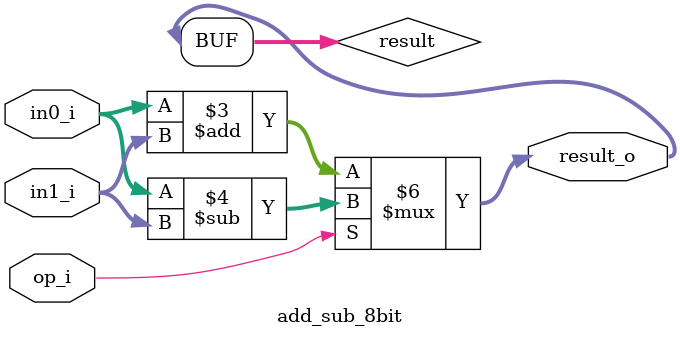
<source format=v>

`timescale 1ns / 1ps


module add_sub_8bit
(
input [7:0] in0_i,
input [7:0] in1_i,
input op_i,
output [7:0] result_o
);

reg [7:0] result;

always @(in0_i, in1_i, op_i) begin
    if (op_i == 1'b0) begin
        result = in0_i + in1_i;
    end
    else begin
        result = in0_i - in1_i;
    end
end

assign result_o = result; 

endmodule
</source>
